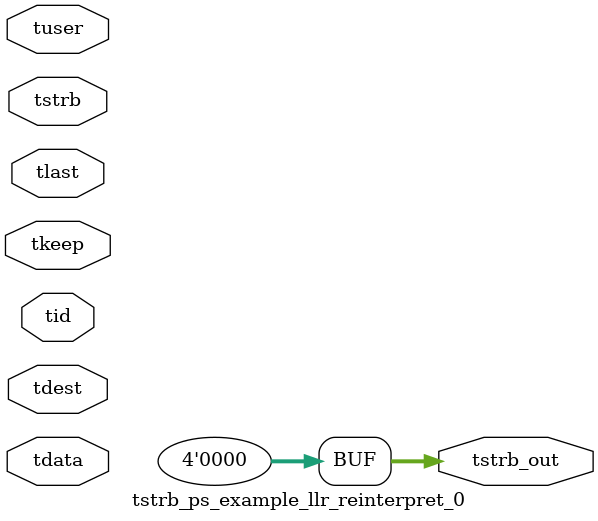
<source format=v>


`timescale 1ps/1ps

module tstrb_ps_example_llr_reinterpret_0 #
(
parameter C_S_AXIS_TDATA_WIDTH = 32,
parameter C_S_AXIS_TUSER_WIDTH = 0,
parameter C_S_AXIS_TID_WIDTH   = 0,
parameter C_S_AXIS_TDEST_WIDTH = 0,
parameter C_M_AXIS_TDATA_WIDTH = 32
)
(
input  [(C_S_AXIS_TDATA_WIDTH == 0 ? 1 : C_S_AXIS_TDATA_WIDTH)-1:0     ] tdata,
input  [(C_S_AXIS_TUSER_WIDTH == 0 ? 1 : C_S_AXIS_TUSER_WIDTH)-1:0     ] tuser,
input  [(C_S_AXIS_TID_WIDTH   == 0 ? 1 : C_S_AXIS_TID_WIDTH)-1:0       ] tid,
input  [(C_S_AXIS_TDEST_WIDTH == 0 ? 1 : C_S_AXIS_TDEST_WIDTH)-1:0     ] tdest,
input  [(C_S_AXIS_TDATA_WIDTH/8)-1:0 ] tkeep,
input  [(C_S_AXIS_TDATA_WIDTH/8)-1:0 ] tstrb,
input                                                                    tlast,
output [(C_M_AXIS_TDATA_WIDTH/8)-1:0 ] tstrb_out
);

assign tstrb_out = {1'b0};

endmodule


</source>
